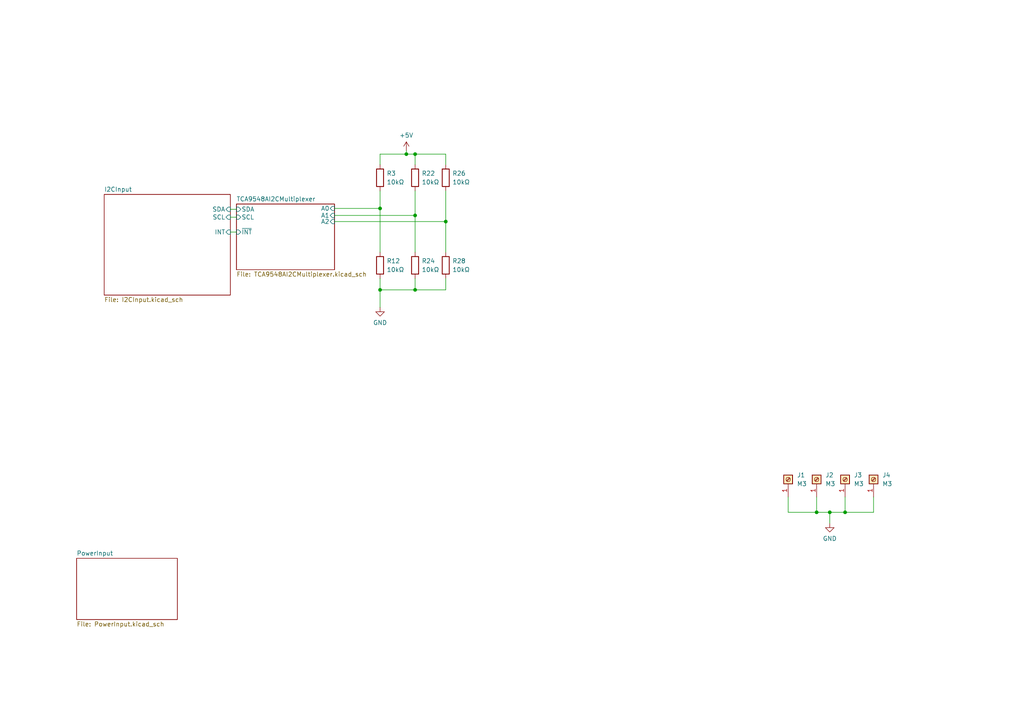
<source format=kicad_sch>
(kicad_sch (version 20230121) (generator eeschema)
  (paper "A4")
  (lib_symbols
    (symbol "Connector:Screw_Terminal_01x01" (pin_names (offset 1.016) hide)
      (property "Reference" "J" (at 0 2.54 0))
      (property "Value" "Screw_Terminal_01x01" (at 0 -2.54 0))
      (symbol "Screw_Terminal_01x01_1_1"
        (rectangle (start -1.27 1.27) (end 1.27 -1.27) (stroke (width 0.254)) (fill (type background)))
        (polyline (pts (xy -0.5334 0.3302) (xy 0.3302 -0.508)) (stroke (width 0.1524)))
        (polyline (pts (xy -0.3556 0.508) (xy 0.508 -0.3302)) (stroke (width 0.1524)))
        (circle (center 0 0) (radius 0.635) (stroke (width 0.1524)))
        (pin passive line (at -5.08 0 0) (length 3.81) (name "Pin_1") (number "1"))
      )
    )
    (symbol "Device:R" (pin_numbers hide) (pin_names (offset 0))
      (property "Reference" "R" (at 2.032 0 90))
      (property "Value" "R" (at 0 0 90))
      (symbol "R_0_1"
        (rectangle (start -1.016 -2.54) (end 1.016 2.54) (stroke (width 0.254)))
      )
      (symbol "R_1_1"
        (pin passive line (at 0 3.81 270) (length 1.27) (name "~") (number "1"))
        (pin passive line (at 0 -3.81 90) (length 1.27) (name "~") (number "2"))
      )
    )
    (symbol "power:+5V" (power) (pin_names (offset 0))
      (property "Value" "+5V" (at 0 3.556 0))
      (symbol "+5V_0_1"
        (polyline (pts (xy -0.762 1.27) (xy 0 2.54)))
        (polyline (pts (xy 0 0) (xy 0 2.54)))
        (polyline (pts (xy 0 2.54) (xy 0.762 1.27)))
      )
      (symbol "+5V_1_1"
        (pin power_in line (at 0 0 90) (length 0) hide (name "+5V") (number "1"))
      )
    )
    (symbol "power:GND" (power) (pin_names (offset 0))
      (property "Value" "GND" (at 0 -3.81 0))
      (symbol "GND_0_1"
        (polyline (pts (xy 0 0) (xy 0 -1.27) (xy 1.27 -1.27) (xy 0 -2.54) (xy -1.27 -1.27) (xy 0 -1.27)))
      )
      (symbol "GND_1_1"
        (pin power_in line (at 0 0 270) (length 0) hide (name "GND") (number "1"))
      )
    )
  )
  (junction (at 120.396 44.704))
  (junction (at 129.286 64.262))
  (junction (at 236.855 148.59))
  (junction (at 240.665 148.59))
  (junction (at 245.11 148.59))
  (junction (at 120.396 84.074))
  (junction (at 110.236 60.452))
  (junction (at 117.856 44.704))
  (junction (at 110.236 84.074))
  (junction (at 120.396 62.484))
  (wire (pts (xy 120.396 55.372) (xy 120.396 62.484)))
  (wire (pts (xy 120.396 44.704) (xy 120.396 47.752)))
  (wire (pts (xy 236.855 144.145) (xy 236.855 148.59)))
  (wire (pts (xy 110.236 60.452) (xy 110.236 73.152)))
  (wire (pts (xy 110.236 84.074) (xy 110.236 89.154)))
  (wire (pts (xy 129.286 44.704) (xy 129.286 47.752)))
  (wire (pts (xy 110.236 84.074) (xy 120.396 84.074)))
  (wire (pts (xy 228.6 144.145) (xy 228.6 148.59)))
  (wire (pts (xy 240.665 148.59) (xy 240.665 151.765)))
  (wire (pts (xy 120.396 84.074) (xy 129.286 84.074)))
  (wire (pts (xy 110.236 55.372) (xy 110.236 60.452)))
  (wire (pts (xy 129.286 84.074) (xy 129.286 80.772)))
  (wire (pts (xy 117.856 43.688) (xy 117.856 44.704)))
  (wire (pts (xy 245.11 148.59) (xy 253.365 148.59)))
  (wire (pts (xy 66.802 62.992) (xy 68.58 62.992)))
  (wire (pts (xy 253.365 148.59) (xy 253.365 144.145)))
  (wire (pts (xy 129.286 55.372) (xy 129.286 64.262)))
  (wire (pts (xy 245.11 148.59) (xy 245.11 144.145)))
  (wire (pts (xy 129.286 64.262) (xy 129.286 73.152)))
  (wire (pts (xy 236.855 148.59) (xy 240.665 148.59)))
  (wire (pts (xy 97.028 60.452) (xy 110.236 60.452)))
  (wire (pts (xy 120.396 62.484) (xy 120.396 73.152)))
  (wire (pts (xy 120.396 84.074) (xy 120.396 80.772)))
  (wire (pts (xy 66.802 60.706) (xy 68.58 60.706)))
  (wire (pts (xy 228.6 148.59) (xy 236.855 148.59)))
  (wire (pts (xy 120.396 44.704) (xy 129.286 44.704)))
  (wire (pts (xy 117.856 44.704) (xy 120.396 44.704)))
  (wire (pts (xy 110.236 80.772) (xy 110.236 84.074)))
  (wire (pts (xy 110.236 44.704) (xy 117.856 44.704)))
  (wire (pts (xy 97.028 64.262) (xy 129.286 64.262)))
  (wire (pts (xy 97.028 62.484) (xy 120.396 62.484)))
  (wire (pts (xy 110.236 44.704) (xy 110.236 47.752)))
  (wire (pts (xy 66.802 67.31) (xy 68.58 67.31)))
  (wire (pts (xy 240.665 148.59) (xy 245.11 148.59)))
  (symbol (lib_id "Device:R") (at 129.286 51.562 0) (unit 1)
    (property "Reference" "R26" (at 131.191 50.292 0) (effects (justify left)))
    (property "Value" "10kΩ" (at 131.191 52.832 0) (effects (justify left)))
    (property "Footprint" "Resistor_SMD:R_0805_2012Metric" (effects hide))
  )
  (symbol (lib_id "Connector:Screw_Terminal_01x01") (at 245.11 139.065 90) (unit 1)
    (property "Reference" "J3" (at 247.65 137.795 90) (effects (justify right)))
    (property "Value" "M3" (at 247.65 140.335 90) (effects (justify right)))
    (property "Footprint" "MountingHole:MountingHole_3.2mm_M3_DIN965_Pad" (effects hide))
  )
  (symbol (lib_id "power:+5V") (at 117.856 43.688 0) (unit 1)
    (property "Reference" "#PWR09" (effects hide))
    (property "Value" "+5V" (at 117.856 39.243 0))
  )
  (symbol (lib_id "Device:R") (at 120.396 51.562 0) (unit 1)
    (property "Reference" "R22" (at 122.301 50.292 0) (effects (justify left)))
    (property "Value" "10kΩ" (at 122.301 52.832 0) (effects (justify left)))
    (property "Footprint" "Resistor_SMD:R_0805_2012Metric" (effects hide))
  )
  (symbol (lib_id "Connector:Screw_Terminal_01x01") (at 228.6 139.065 90) (unit 1)
    (property "Reference" "J1" (at 231.14 137.795 90) (effects (justify right)))
    (property "Value" "M3" (at 231.14 140.335 90) (effects (justify right)))
    (property "Footprint" "MountingHole:MountingHole_3.2mm_M3_DIN965_Pad" (effects hide))
  )
  (symbol (lib_id "Device:R") (at 120.396 76.962 0) (unit 1)
    (property "Reference" "R24" (at 122.301 75.692 0) (effects (justify left)))
    (property "Value" "10kΩ" (at 122.301 78.232 0) (effects (justify left)))
    (property "Footprint" "Resistor_SMD:R_0805_2012Metric" (effects hide))
  )
  (symbol (lib_id "Device:R") (at 110.236 51.562 0) (unit 1)
    (property "Reference" "R3" (at 112.141 50.292 0) (effects (justify left)))
    (property "Value" "10kΩ" (at 112.141 52.832 0) (effects (justify left)))
    (property "Footprint" "Resistor_SMD:R_0805_2012Metric" (effects hide))
  )
  (symbol (lib_id "power:GND") (at 240.665 151.765 0) (unit 1)
    (property "Reference" "#PWR03" (effects hide))
    (property "Value" "GND" (at 240.665 156.21 0))
  )
  (symbol (lib_id "Device:R") (at 110.236 76.962 0) (unit 1)
    (property "Reference" "R12" (at 112.141 75.692 0) (effects (justify left)))
    (property "Value" "10kΩ" (at 112.141 78.232 0) (effects (justify left)))
    (property "Footprint" "Resistor_SMD:R_0805_2012Metric" (effects hide))
  )
  (symbol (lib_id "Connector:Screw_Terminal_01x01") (at 253.365 139.065 90) (unit 1)
    (property "Reference" "J4" (at 255.905 137.795 90) (effects (justify right)))
    (property "Value" "M3" (at 255.905 140.335 90) (effects (justify right)))
    (property "Footprint" "MountingHole:MountingHole_3.2mm_M3_DIN965_Pad" (effects hide))
  )
  (symbol (lib_id "Device:R") (at 129.286 76.962 0) (unit 1)
    (property "Reference" "R28" (at 131.191 75.692 0) (effects (justify left)))
    (property "Value" "10kΩ" (at 131.191 78.232 0) (effects (justify left)))
    (property "Footprint" "Resistor_SMD:R_0805_2012Metric" (effects hide))
  )
  (symbol (lib_id "Connector:Screw_Terminal_01x01") (at 236.855 139.065 90) (unit 1)
    (property "Reference" "J2" (at 239.395 137.795 90) (effects (justify right)))
    (property "Value" "M3" (at 239.395 140.335 90) (effects (justify right)))
    (property "Footprint" "MountingHole:MountingHole_3.2mm_M3_DIN965_Pad" (effects hide))
  )
  (symbol (lib_id "power:GND") (at 110.236 89.154 0) (unit 1)
    (property "Reference" "#PWR02" (effects hide))
    (property "Value" "GND" (at 110.236 93.599 0))
  )
  (sheet (at 68.58 59.182) (size 28.448 19.05) (stroke (width 0.1524))
    (property "Sheetname" "TCA9548AI2CMultiplexer" (at 68.58 58.4704 0) (effects (justify left bottom)))
    (property "Sheetfile" "TCA9548AI2CMultiplexer.kicad_sch" (at 68.58 78.8166 0) (effects (justify left top)))
    (pin "SDA" input (at 68.58 60.706 180))
    (pin "SCL" input (at 68.58 62.992 180))
    (pin "A0" input (at 97.028 60.452 0))
    (pin "A1" input (at 97.028 62.484 0))
    (pin "A2" input (at 97.028 64.262 0))
    (pin "~{INT}" input (at 68.58 67.31 180))
  )
  (sheet (at 22.225 161.925) (size 29.21 17.78) (stroke (width 0.1524))
    (property "Sheetname" "PowerInput" (at 22.225 161.2134 0) (effects (justify left bottom)))
    (property "Sheetfile" "PowerInput.kicad_sch" (at 22.225 180.2896 0) (effects (justify left top)))
  )
  (sheet (at 30.226 56.388) (size 36.576 29.21) (stroke (width 0.1524))
    (property "Sheetname" "I2CInput" (at 30.226 55.6764 0) (effects (justify left bottom)))
    (property "Sheetfile" "I2CInput.kicad_sch" (at 30.226 86.1826 0) (effects (justify left top)))
    (pin "SCL" input (at 66.802 62.992 0))
    (pin "SDA" input (at 66.802 60.706 0))
    (pin "INT" input (at 66.802 67.31 0))
  )
)
</source>
